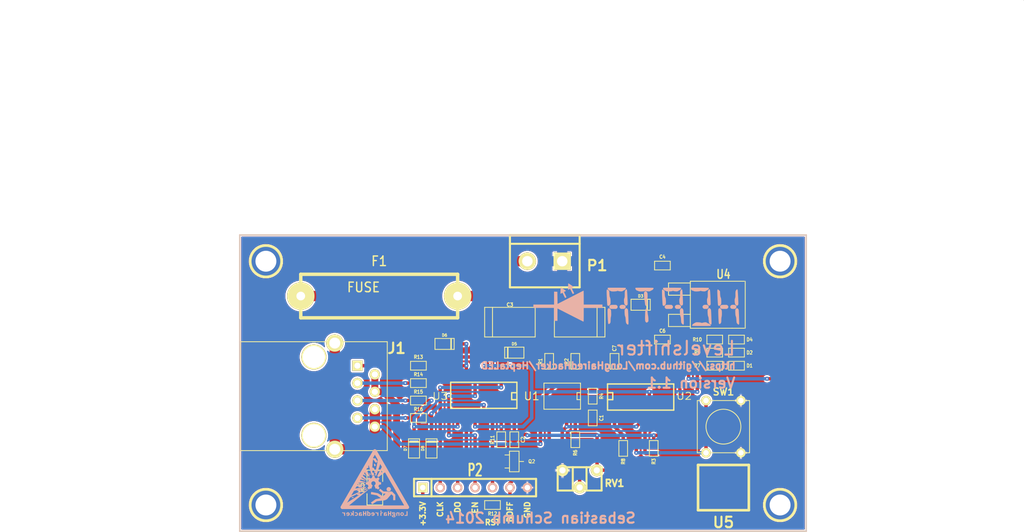
<source format=kicad_pcb>
(kicad_pcb (version 3) (host pcbnew "(2013-may-18)-stable")
  (layers (15 F.Cu signal) (0 B.Cu signal) (18 B.Paste user) (19 F.Paste user) (20 B.SilkS user) (21 F.SilkS user) (22 B.Mask user) (23 F.Mask user) (28 Edge.Cuts user))
  (net 0 "")
  (net 1 +24V)
  (net 2 +3.3V)
  (net 3 +5V)
  (net 4 3.3_Clock)
  (net 5 3.3_Data_Out)
  (net 6 3.3_Enable)
  (net 7 3.3_Reset)
  (net 8 BusOff)
  (net 9 Clock)
  (net 10 Data_Out)
  (net 11 Enable)
  (net 12 GND)
  (net 13 N-0000010)
  (net 14 N-0000015)
  (net 15 N-0000016)
  (net 16 N-0000017)
  (net 17 N-0000018)
  (net 18 N-0000019)
  (net 19 N-000002)
  (net 20 N-0000022)
  (net 21 N-0000028)
  (net 22 N-0000029)
  (net 23 N-0000030)
  (net 24 N-0000031)
  (net 25 N-0000032)
  (net 26 N-0000033)
  (net 27 N-000004)
  (net 28 N-000007)
  (net 29 PowerOn)
  (net 30 Reset)
  (net 31 Sense)
  (net 32 Shutdown)
  (module trimmer_piher_pt6xh (layer F.Cu) (at 168.275 80.01)
    (fp_text reference RV1 (at 5.08 0.635) (layer F.SilkS) (effects (font (thickness 0.25))))
    (fp_text value POT hide)
    (pad 1 thru_hole circle (at 2.49936 -1.24968) (size 1.75006 1.75006) (drill 0.89916) (layers *.Cu *.Mask F.SilkS) (net 3 +5V))
    (pad 2 thru_hole circle (at 0 1.24968) (size 1.75006 1.75006) (drill 0.89916) (layers *.Cu *.Mask F.SilkS) (net 20 N-0000022))
    (pad 3 thru_hole circle (at -2.49936 -1.24968) (size 1.75006 1.75006) (drill 0.89916) (layers *.Cu *.Mask F.SilkS) (net 12 GND))
  )
  (module SW_PUSH_SMALL (layer F.Cu) (at 189.23 72.39 90)
    (fp_text reference SW1 (at 5.08 0 180) (layer F.SilkS) (effects (font (size 1.016 1.016) (thickness 0.2032))))
    (fp_text value SW_PUSH hide)
    (pad 1 thru_hole circle (at 3.81 -2.54 90) (size 1.397 1.397) (drill 0.8128) (layers *.Cu *.Mask F.SilkS) (net 13 N-0000010))
    (pad 2 thru_hole circle (at 3.81 2.54 90) (size 1.397 1.397) (drill 0.8128) (layers *.Cu *.Mask F.SilkS) (net 12 GND))
    (pad 1 thru_hole circle (at -3.81 -2.54 90) (size 1.397 1.397) (drill 0.8128) (layers *.Cu *.Mask F.SilkS) (net 13 N-0000010))
    (pad 2 thru_hole circle (at -3.81 2.54 90) (size 1.397 1.397) (drill 0.8128) (layers *.Cu *.Mask F.SilkS) (net 12 GND))
  )
  (module sot23 (layer F.Cu) (at 158.75 77.47 270)
    (fp_text reference Q2 (at 0 -2.54 360) (layer F.SilkS) (effects (font (size 0.50038 0.50038) (thickness 0.09906))))
    (fp_text value NDS355 hide)
    (pad 1 smd rect (at -0.9525 1.05664 270) (size 0.59944 1.00076) (layers F.Cu F.Paste F.Mask) (net 18 N-0000019))
    (pad 2 smd rect (at 0 -1.05664 270) (size 0.59944 1.00076) (layers F.Cu F.Paste F.Mask) (net 27 N-000004))
    (pad 3 smd rect (at 0.9525 1.05664 270) (size 0.59944 1.00076) (layers F.Cu F.Paste F.Mask) (net 12 GND))
  )
  (module sod123 (layer F.Cu) (at 177.165 54.61)
    (fp_text reference D3 (at 0 -1.27) (layer F.SilkS) (effects (font (size 0.39878 0.39878) (thickness 0.09906))))
    (fp_text value BAT42W hide)
    (pad 2 smd rect (at 1.67386 0) (size 0.8509 0.8509) (layers F.Cu F.Paste F.Mask) (net 1 +24V))
    (pad 1 smd rect (at -1.67386 0) (size 0.8509 0.8509) (layers F.Cu F.Paste F.Mask) (net 3 +5V))
  )
  (module SO8E (layer F.Cu) (at 165.735 67.945 180)
    (fp_text reference U1 (at 4.445 0 180) (layer F.SilkS) (effects (font (size 1.143 1.143) (thickness 0.1524))))
    (fp_text value LM358 hide)
    (pad 8 smd rect (at -1.905 -2.667 180) (size 0.59944 1.39954) (layers F.Cu F.Paste F.Mask) (net 3 +5V))
    (pad 1 smd rect (at -1.905 2.667 180) (size 0.59944 1.39954) (layers F.Cu F.Paste F.Mask) (net 21 N-0000028))
    (pad 7 smd rect (at -0.635 -2.667 180) (size 0.59944 1.39954) (layers F.Cu F.Paste F.Mask) (net 32 Shutdown))
    (pad 6 smd rect (at 0.635 -2.667 180) (size 0.59944 1.39954) (layers F.Cu F.Paste F.Mask) (net 19 N-000002))
    (pad 5 smd rect (at 1.905 -2.667 180) (size 0.59944 1.39954) (layers F.Cu F.Paste F.Mask) (net 20 N-0000022))
    (pad 2 smd rect (at -0.635 2.667 180) (size 0.59944 1.39954) (layers F.Cu F.Paste F.Mask) (net 26 N-0000033))
    (pad 3 smd rect (at 0.635 2.667 180) (size 0.59944 1.39954) (layers F.Cu F.Paste F.Mask) (net 31 Sense))
    (pad 4 smd rect (at 1.905 2.667 180) (size 0.59944 1.39954) (layers F.Cu F.Paste F.Mask) (net 12 GND))
  )
  (module SM1206 (layer F.Cu) (at 138.43 81.28 270)
    (fp_text reference R5 (at 0 1.905 270) (layer F.SilkS) (effects (font (size 0.762 0.762) (thickness 0.127))))
    (fp_text value 0.05 hide)
    (pad 1 smd rect (at -1.651 0 270) (size 1.524 2.032) (layers F.Cu F.Paste F.Mask) (net 31 Sense))
    (pad 2 smd rect (at 1.651 0 270) (size 1.524 2.032) (layers F.Cu F.Paste F.Mask) (net 12 GND))
  )
  (module SM0603 (layer F.Cu) (at 191.135 63.5)
    (fp_text reference D1 (at 1.905 0) (layer F.SilkS) (effects (font (size 0.508 0.4572) (thickness 0.1143))))
    (fp_text value LED hide)
    (pad 1 smd rect (at -0.762 0) (size 0.635 1.143) (layers F.Cu F.Paste F.Mask) (net 28 N-000007))
    (pad 2 smd rect (at 0.762 0) (size 0.635 1.143) (layers F.Cu F.Paste F.Mask) (net 12 GND))
  )
  (module SM0603 (layer F.Cu) (at 174.625 75.565 270)
    (fp_text reference R8 (at 1.905 0 270) (layer F.SilkS) (effects (font (size 0.508 0.4572) (thickness 0.1143))))
    (fp_text value 1k hide)
    (pad 1 smd rect (at -0.762 0 270) (size 0.635 1.143) (layers F.Cu F.Paste F.Mask) (net 13 N-0000010))
    (pad 2 smd rect (at 0.762 0 270) (size 0.635 1.143) (layers F.Cu F.Paste F.Mask) (net 3 +5V))
  )
  (module SM0603 (layer F.Cu) (at 167.64 74.295 270)
    (fp_text reference R6 (at 1.905 0 270) (layer F.SilkS) (effects (font (size 0.508 0.4572) (thickness 0.1143))))
    (fp_text value 1k hide)
    (pad 1 smd rect (at -0.762 0 270) (size 0.635 1.143) (layers F.Cu F.Paste F.Mask) (net 3 +5V))
    (pad 2 smd rect (at 0.762 0 270) (size 0.635 1.143) (layers F.Cu F.Paste F.Mask) (net 32 Shutdown))
  )
  (module SM0603 (layer F.Cu) (at 179.07 75.565 270)
    (fp_text reference R3 (at 1.905 0 270) (layer F.SilkS) (effects (font (size 0.508 0.4572) (thickness 0.1143))))
    (fp_text value 1k hide)
    (pad 1 smd rect (at -0.762 0 270) (size 0.635 1.143) (layers F.Cu F.Paste F.Mask) (net 3 +5V))
    (pad 2 smd rect (at 0.762 0 270) (size 0.635 1.143) (layers F.Cu F.Paste F.Mask) (net 29 PowerOn))
  )
  (module SM0603 (layer F.Cu) (at 187.96 63.5)
    (fp_text reference R7 (at -2.54 0) (layer F.SilkS) (effects (font (size 0.508 0.4572) (thickness 0.1143))))
    (fp_text value 1k hide)
    (pad 1 smd rect (at -0.762 0) (size 0.635 1.143) (layers F.Cu F.Paste F.Mask) (net 8 BusOff))
    (pad 2 smd rect (at 0.762 0) (size 0.635 1.143) (layers F.Cu F.Paste F.Mask) (net 28 N-000007))
  )
  (module SM0603 (layer F.Cu) (at 167.64 62.865 270)
    (fp_text reference R2 (at 0 1.27 270) (layer F.SilkS) (effects (font (size 0.508 0.4572) (thickness 0.1143))))
    (fp_text value 90k hide)
    (pad 1 smd rect (at -0.762 0 270) (size 0.635 1.143) (layers F.Cu F.Paste F.Mask) (net 26 N-0000033))
    (pad 2 smd rect (at 0.762 0 270) (size 0.635 1.143) (layers F.Cu F.Paste F.Mask) (net 21 N-0000028))
  )
  (module SM0603 (layer F.Cu) (at 158.75 74.295 270)
    (fp_text reference C2 (at 0 -1.27 270) (layer F.SilkS) (effects (font (size 0.508 0.4572) (thickness 0.1143))))
    (fp_text value 100nF hide)
    (pad 1 smd rect (at -0.762 0 270) (size 0.635 1.143) (layers F.Cu F.Paste F.Mask) (net 3 +5V))
    (pad 2 smd rect (at 0.762 0 270) (size 0.635 1.143) (layers F.Cu F.Paste F.Mask) (net 12 GND))
  )
  (module SM0603 (layer F.Cu) (at 170.18 67.945 270)
    (fp_text reference R4 (at 0 -1.27 270) (layer F.SilkS) (effects (font (size 0.508 0.4572) (thickness 0.1143))))
    (fp_text value 100k hide)
    (pad 1 smd rect (at -0.762 0 270) (size 0.635 1.143) (layers F.Cu F.Paste F.Mask) (net 21 N-0000028))
    (pad 2 smd rect (at 0.762 0 270) (size 0.635 1.143) (layers F.Cu F.Paste F.Mask) (net 19 N-000002))
  )
  (module SM0603 (layer F.Cu) (at 170.18 71.12 270)
    (fp_text reference C1 (at 0 -1.27 270) (layer F.SilkS) (effects (font (size 0.508 0.4572) (thickness 0.1143))))
    (fp_text value 100nF hide)
    (pad 1 smd rect (at -0.762 0 270) (size 0.635 1.143) (layers F.Cu F.Paste F.Mask) (net 19 N-000002))
    (pad 2 smd rect (at 0.762 0 270) (size 0.635 1.143) (layers F.Cu F.Paste F.Mask) (net 12 GND))
  )
  (module SM0603 (layer F.Cu) (at 173.355 62.865 90)
    (fp_text reference C7 (at 1.905 0 90) (layer F.SilkS) (effects (font (size 0.508 0.4572) (thickness 0.1143))))
    (fp_text value 100nF hide)
    (pad 1 smd rect (at -0.762 0 90) (size 0.635 1.143) (layers F.Cu F.Paste F.Mask) (net 3 +5V))
    (pad 2 smd rect (at 0.762 0 90) (size 0.635 1.143) (layers F.Cu F.Paste F.Mask) (net 12 GND))
  )
  (module SM0603 (layer F.Cu) (at 155.575 83.82)
    (fp_text reference R12 (at 0 1.27) (layer F.SilkS) (effects (font (size 0.508 0.4572) (thickness 0.1143))))
    (fp_text value 1k hide)
    (pad 1 smd rect (at -0.762 0) (size 0.635 1.143) (layers F.Cu F.Paste F.Mask) (net 2 +3.3V))
    (pad 2 smd rect (at 0.762 0) (size 0.635 1.143) (layers F.Cu F.Paste F.Mask) (net 27 N-000004))
  )
  (module SM0603 (layer F.Cu) (at 156.845 74.295 270)
    (fp_text reference R11 (at 0 1.27 270) (layer F.SilkS) (effects (font (size 0.508 0.4572) (thickness 0.1143))))
    (fp_text value 1k hide)
    (pad 1 smd rect (at -0.762 0 270) (size 0.635 1.143) (layers F.Cu F.Paste F.Mask) (net 8 BusOff))
    (pad 2 smd rect (at 0.762 0 270) (size 0.635 1.143) (layers F.Cu F.Paste F.Mask) (net 18 N-0000019))
  )
  (module SM0603 (layer F.Cu) (at 180.34 48.895 180)
    (fp_text reference C4 (at 0 1.27 180) (layer F.SilkS) (effects (font (size 0.508 0.4572) (thickness 0.1143))))
    (fp_text value 100nF hide)
    (pad 1 smd rect (at -0.762 0 180) (size 0.635 1.143) (layers F.Cu F.Paste F.Mask) (net 1 +24V))
    (pad 2 smd rect (at 0.762 0 180) (size 0.635 1.143) (layers F.Cu F.Paste F.Mask) (net 12 GND))
  )
  (module SM0603 (layer F.Cu) (at 163.83 62.865 270)
    (fp_text reference R1 (at 0 1.27 270) (layer F.SilkS) (effects (font (size 0.508 0.4572) (thickness 0.1143))))
    (fp_text value 10k hide)
    (pad 1 smd rect (at -0.762 0 270) (size 0.635 1.143) (layers F.Cu F.Paste F.Mask) (net 26 N-0000033))
    (pad 2 smd rect (at 0.762 0 270) (size 0.635 1.143) (layers F.Cu F.Paste F.Mask) (net 12 GND))
  )
  (module SM0603 (layer F.Cu) (at 191.135 61.595)
    (fp_text reference D2 (at 1.905 0) (layer F.SilkS) (effects (font (size 0.508 0.4572) (thickness 0.1143))))
    (fp_text value LED hide)
    (pad 1 smd rect (at -0.762 0) (size 0.635 1.143) (layers F.Cu F.Paste F.Mask) (net 25 N-0000032))
    (pad 2 smd rect (at 0.762 0) (size 0.635 1.143) (layers F.Cu F.Paste F.Mask) (net 12 GND))
  )
  (module SM0603 (layer F.Cu) (at 187.96 61.595)
    (fp_text reference R9 (at -2.54 0) (layer F.SilkS) (effects (font (size 0.508 0.4572) (thickness 0.1143))))
    (fp_text value 1k hide)
    (pad 1 smd rect (at -0.762 0) (size 0.635 1.143) (layers F.Cu F.Paste F.Mask) (net 1 +24V))
    (pad 2 smd rect (at 0.762 0) (size 0.635 1.143) (layers F.Cu F.Paste F.Mask) (net 25 N-0000032))
  )
  (module SM0603 (layer F.Cu) (at 191.135 59.69)
    (fp_text reference D4 (at 1.905 0) (layer F.SilkS) (effects (font (size 0.508 0.4572) (thickness 0.1143))))
    (fp_text value LED hide)
    (pad 1 smd rect (at -0.762 0) (size 0.635 1.143) (layers F.Cu F.Paste F.Mask) (net 23 N-0000030))
    (pad 2 smd rect (at 0.762 0) (size 0.635 1.143) (layers F.Cu F.Paste F.Mask) (net 12 GND))
  )
  (module SM0603 (layer F.Cu) (at 187.96 59.69)
    (fp_text reference R10 (at -2.54 0) (layer F.SilkS) (effects (font (size 0.508 0.4572) (thickness 0.1143))))
    (fp_text value 1k hide)
    (pad 1 smd rect (at -0.762 0) (size 0.635 1.143) (layers F.Cu F.Paste F.Mask) (net 3 +5V))
    (pad 2 smd rect (at 0.762 0) (size 0.635 1.143) (layers F.Cu F.Paste F.Mask) (net 23 N-0000030))
  )
  (module SM0603 (layer F.Cu) (at 180.34 59.69 180)
    (fp_text reference C6 (at 0 1.27 180) (layer F.SilkS) (effects (font (size 0.508 0.4572) (thickness 0.1143))))
    (fp_text value 100nF hide)
    (pad 1 smd rect (at -0.762 0 180) (size 0.635 1.143) (layers F.Cu F.Paste F.Mask) (net 3 +5V))
    (pad 2 smd rect (at 0.762 0 180) (size 0.635 1.143) (layers F.Cu F.Paste F.Mask) (net 12 GND))
  )
  (module RJ45_MEBP_8-8G (layer F.Cu) (at 129.54 67.945 270)
    (fp_text reference J1 (at -6.985 -12.065 360) (layer F.SilkS) (effects (font (size 1.524 1.524) (thickness 0.3048))))
    (fp_text value RJ45 hide)
    (pad "" thru_hole circle (at 5.715 0 270) (size 3.64998 3.64998) (drill 3.2512) (layers *.Cu *.Mask F.SilkS))
    (pad "" thru_hole circle (at -5.715 0 270) (size 3.64998 3.64998) (drill 3.2512) (layers *.Cu *.Mask F.SilkS))
    (pad 1 thru_hole rect (at -4.445 -6.35 270) (size 1.50114 1.50114) (drill 0.89916) (layers *.Cu *.Mask F.SilkS) (net 9 Clock))
    (pad 2 thru_hole circle (at -3.175 -8.89 270) (size 1.50114 1.50114) (drill 0.89916) (layers *.Cu *.Mask F.SilkS) (net 24 N-0000031))
    (pad 3 thru_hole circle (at -1.905 -6.35 270) (size 1.50114 1.50114) (drill 0.89916) (layers *.Cu *.Mask F.SilkS) (net 11 Enable))
    (pad 4 thru_hole circle (at -0.635 -8.89 270) (size 1.50114 1.50114) (drill 0.89916) (layers *.Cu *.Mask F.SilkS) (net 24 N-0000031))
    (pad 5 thru_hole circle (at 0.635 -6.35 270) (size 1.50114 1.50114) (drill 0.89916) (layers *.Cu *.Mask F.SilkS) (net 10 Data_Out))
    (pad 6 thru_hole circle (at 1.905 -8.89 270) (size 1.50114 1.50114) (drill 0.89916) (layers *.Cu *.Mask F.SilkS) (net 31 Sense))
    (pad 7 thru_hole circle (at 3.175 -6.35 270) (size 1.50114 1.50114) (drill 0.89916) (layers *.Cu *.Mask F.SilkS) (net 30 Reset))
    (pad 8 thru_hole circle (at 4.445 -8.89 270) (size 1.50114 1.50114) (drill 0.89916) (layers *.Cu *.Mask F.SilkS) (net 31 Sense))
    (pad 9 thru_hole circle (at -7.745 -3.05 270) (size 2.5 2.5) (drill 1.6) (layers *.Cu *.Mask F.SilkS) (net 31 Sense))
    (pad 10 thru_hole circle (at 7.747 -3.05 270) (size 2.5 2.5) (drill 1.6) (layers *.Cu *.Mask F.SilkS))
  )
  (module DPAK2 (layer F.Cu) (at 182.88 54.61 270)
    (fp_text reference U4 (at -4.445 -6.35 360) (layer F.SilkS) (effects (font (size 1.27 1.016) (thickness 0.2032))))
    (fp_text value TS2937 hide)
    (pad 1 smd rect (at -2.286 0 270) (size 1.651 3.048) (layers F.Cu F.Paste F.Mask) (net 1 +24V))
    (pad 2 smd rect (at 0 -6.35 270) (size 6.096 6.096) (layers F.Cu F.Paste F.Mask) (net 12 GND))
    (pad 3 smd rect (at 2.286 0 270) (size 1.651 3.048) (layers F.Cu F.Paste F.Mask) (net 3 +5V))
  )
  (module c_tant_D (layer F.Cu) (at 168.275 57.15)
    (fp_text reference C5 (at 0 -2.54) (layer F.SilkS) (effects (font (size 0.50038 0.50038) (thickness 0.11938))))
    (fp_text value 10uF hide)
    (pad 1 smd rect (at 2.99974 0) (size 2.55016 2.70002) (layers F.Cu F.Paste F.Mask) (net 3 +5V))
    (pad 2 smd rect (at -2.99974 0) (size 2.55016 3.79984) (layers F.Cu F.Paste F.Mask) (net 12 GND))
  )
  (module c_tant_D (layer F.Cu) (at 158.115 57.15 180)
    (fp_text reference C3 (at 0 2.54 180) (layer F.SilkS) (effects (font (size 0.50038 0.50038) (thickness 0.11938))))
    (fp_text value 10uF hide)
    (pad 1 smd rect (at 2.99974 0 180) (size 2.55016 2.70002) (layers F.Cu F.Paste F.Mask) (net 1 +24V))
    (pad 2 smd rect (at -2.99974 0 180) (size 2.55016 3.79984) (layers F.Cu F.Paste F.Mask) (net 12 GND))
  )
  (module bornier2 (layer F.Cu) (at 163.195 48.26 180)
    (fp_text reference P1 (at -7.62 -0.635 180) (layer F.SilkS) (effects (font (size 1.524 1.524) (thickness 0.3048))))
    (fp_text value CONN_2 hide)
    (pad 1 thru_hole rect (at -2.54 0 180) (size 2.54 2.54) (drill 1.524) (layers *.Cu *.Mask F.SilkS) (net 12 GND))
    (pad 2 thru_hole circle (at 2.54 0 180) (size 2.54 2.54) (drill 1.524) (layers *.Cu *.Mask F.SilkS) (net 22 N-0000029))
  )
  (module SO14E (layer F.Cu) (at 154.305 67.945 180)
    (fp_text reference U3 (at 6.35 0 180) (layer F.SilkS) (effects (font (size 1.016 1.143) (thickness 0.127))))
    (fp_text value 74HCT125 hide)
    (pad 1 smd rect (at -3.81 2.794 180) (size 0.508 1.143) (layers F.Cu F.Paste F.Mask) (net 8 BusOff))
    (pad 2 smd rect (at -2.54 2.794 180) (size 0.508 1.143) (layers F.Cu F.Paste F.Mask) (net 4 3.3_Clock))
    (pad 3 smd rect (at -1.27 2.794 180) (size 0.508 1.143) (layers F.Cu F.Paste F.Mask) (net 17 N-0000018))
    (pad 4 smd rect (at 0 2.794 180) (size 0.508 1.143) (layers F.Cu F.Paste F.Mask) (net 8 BusOff))
    (pad 5 smd rect (at 1.27 2.794 180) (size 0.508 1.143) (layers F.Cu F.Paste F.Mask) (net 6 3.3_Enable))
    (pad 6 smd rect (at 2.54 2.794 180) (size 0.508 1.143) (layers F.Cu F.Paste F.Mask) (net 16 N-0000017))
    (pad 7 smd rect (at 3.81 2.794 180) (size 0.508 1.143) (layers F.Cu F.Paste F.Mask) (net 12 GND))
    (pad 8 smd rect (at 3.81 -2.54 180) (size 0.508 1.143) (layers F.Cu F.Paste F.Mask) (net 15 N-0000016))
    (pad 9 smd rect (at 2.54 -2.54 180) (size 0.508 1.143) (layers F.Cu F.Paste F.Mask) (net 5 3.3_Data_Out))
    (pad 10 smd rect (at 1.27 -2.54 180) (size 0.508 1.143) (layers F.Cu F.Paste F.Mask) (net 8 BusOff))
    (pad 11 smd rect (at 0 -2.54 180) (size 0.508 1.143) (layers F.Cu F.Paste F.Mask) (net 14 N-0000015))
    (pad 12 smd rect (at -1.27 -2.54 180) (size 0.508 1.143) (layers F.Cu F.Paste F.Mask) (net 7 3.3_Reset))
    (pad 13 smd rect (at -2.54 -2.54 180) (size 0.508 1.143) (layers F.Cu F.Paste F.Mask) (net 8 BusOff))
    (pad 14 smd rect (at -3.81 -2.54 180) (size 0.508 1.143) (layers F.Cu F.Paste F.Mask) (net 3 +5V))
  )
  (module SIL-7 (layer F.Cu) (at 153.035 81.28)
    (fp_text reference P2 (at 0 -2.54) (layer F.SilkS) (effects (font (size 1.72974 1.08712) (thickness 0.3048))))
    (fp_text value CONN_7 hide)
    (pad 1 thru_hole rect (at -7.62 0) (size 1.397 1.397) (drill 0.8128) (layers *.Cu *.Mask F.SilkS) (net 2 +3.3V))
    (pad 2 thru_hole circle (at -5.08 0) (size 1.397 1.397) (drill 0.8128) (layers *.Cu *.SilkS *.Mask) (net 4 3.3_Clock))
    (pad 3 thru_hole circle (at -2.54 0) (size 1.397 1.397) (drill 0.8128) (layers *.Cu *.SilkS *.Mask) (net 5 3.3_Data_Out))
    (pad 4 thru_hole circle (at 0 0) (size 1.397 1.397) (drill 0.8128) (layers *.Cu *.SilkS *.Mask) (net 6 3.3_Enable))
    (pad 5 thru_hole circle (at 2.54 0) (size 1.397 1.397) (drill 0.8128) (layers *.Cu *.SilkS *.Mask) (net 7 3.3_Reset))
    (pad 6 thru_hole circle (at 5.08 0) (size 1.397 1.397) (drill 0.8128) (layers *.Cu *.SilkS *.Mask) (net 27 N-000004))
    (pad 7 thru_hole circle (at 7.62 0) (size 1.397 1.397) (drill 0.8128) (layers *.Cu *.SilkS *.Mask) (net 12 GND))
  )
  (module 1pin (layer F.Cu) (at 122.555 48.26)
    (fp_text reference 1PIN hide)
    (fp_text value P*** hide)
    (pad 1 thru_hole circle (at 0 0) (size 4.5 4.5) (drill 3.048) (layers *.Cu *.Mask))
  )
  (module 1pin (layer F.Cu) (at 197.485 48.26)
    (fp_text reference 1PIN hide)
    (fp_text value P*** hide)
    (pad 1 thru_hole circle (at 0 0) (size 4.5 4.5) (drill 3.048) (layers *.Cu *.Mask))
  )
  (module 1pin (layer F.Cu) (at 197.485 83.82)
    (fp_text reference 1PIN hide)
    (fp_text value P*** hide)
    (pad 1 thru_hole circle (at 0 0) (size 4.5 4.5) (drill 3.048) (layers *.Cu *.Mask))
  )
  (module 1pin (layer F.Cu) (at 122.555 83.82)
    (fp_text reference 1PIN hide)
    (fp_text value P*** hide)
    (pad 1 thru_hole circle (at 0 0) (size 4.5 4.5) (drill 3.048) (layers *.Cu *.Mask))
  )
  (module logo_silkbot_30_00mm (layer B.Cu) (at 176.53 54.61)
    (fp_text reference G*** hide)
    (fp_text value logo_silkbot_30_00mm hide)
  )
  (module sod123 (layer F.Cu) (at 158.75 61.595 180)
    (fp_text reference D5 (at 0 1.27 180) (layer F.SilkS) (effects (font (size 0.39878 0.39878) (thickness 0.09906))))
    (fp_text value ZENER_5.6V hide)
    (pad 2 smd rect (at 1.67386 0 180) (size 0.8509 0.8509) (layers F.Cu F.Paste F.Mask) (net 17 N-0000018))
    (pad 1 smd rect (at -1.67386 0 180) (size 0.8509 0.8509) (layers F.Cu F.Paste F.Mask) (net 12 GND))
  )
  (module sod123 (layer F.Cu) (at 148.59 60.325)
    (fp_text reference D6 (at 0 -1.27) (layer F.SilkS) (effects (font (size 0.39878 0.39878) (thickness 0.09906))))
    (fp_text value ZENER_5.6V hide)
    (pad 2 smd rect (at 1.67386 0) (size 0.8509 0.8509) (layers F.Cu F.Paste F.Mask) (net 16 N-0000017))
    (pad 1 smd rect (at -1.67386 0) (size 0.8509 0.8509) (layers F.Cu F.Paste F.Mask) (net 12 GND))
  )
  (module sod123 (layer F.Cu) (at 144.145 75.565 90)
    (fp_text reference D7 (at 0 -1.27 90) (layer F.SilkS) (effects (font (size 0.39878 0.39878) (thickness 0.09906))))
    (fp_text value ZENER_5.6V hide)
    (pad 2 smd rect (at 1.67386 0 90) (size 0.8509 0.8509) (layers F.Cu F.Paste F.Mask) (net 15 N-0000016))
    (pad 1 smd rect (at -1.67386 0 90) (size 0.8509 0.8509) (layers F.Cu F.Paste F.Mask) (net 12 GND))
  )
  (module sod123 (layer F.Cu) (at 146.685 75.565 90)
    (fp_text reference D8 (at 0 -1.27 90) (layer F.SilkS) (effects (font (size 0.39878 0.39878) (thickness 0.09906))))
    (fp_text value ZENER_5.6V hide)
    (pad 2 smd rect (at 1.67386 0 90) (size 0.8509 0.8509) (layers F.Cu F.Paste F.Mask) (net 14 N-0000015))
    (pad 1 smd rect (at -1.67386 0 90) (size 0.8509 0.8509) (layers F.Cu F.Paste F.Mask) (net 12 GND))
  )
  (module SM0603 (layer F.Cu) (at 144.78 63.5 180)
    (fp_text reference R13 (at 0 1.27 180) (layer F.SilkS) (effects (font (size 0.508 0.4572) (thickness 0.1143))))
    (fp_text value 1k hide)
    (pad 1 smd rect (at -0.762 0 180) (size 0.635 1.143) (layers F.Cu F.Paste F.Mask) (net 17 N-0000018))
    (pad 2 smd rect (at 0.762 0 180) (size 0.635 1.143) (layers F.Cu F.Paste F.Mask) (net 9 Clock))
  )
  (module SM0603 (layer F.Cu) (at 144.78 66.04 180)
    (fp_text reference R14 (at 0 1.27 180) (layer F.SilkS) (effects (font (size 0.508 0.4572) (thickness 0.1143))))
    (fp_text value 1k hide)
    (pad 1 smd rect (at -0.762 0 180) (size 0.635 1.143) (layers F.Cu F.Paste F.Mask) (net 16 N-0000017))
    (pad 2 smd rect (at 0.762 0 180) (size 0.635 1.143) (layers F.Cu F.Paste F.Mask) (net 11 Enable))
  )
  (module SM0603 (layer F.Cu) (at 144.78 68.58 180)
    (fp_text reference R15 (at 0 1.27 180) (layer F.SilkS) (effects (font (size 0.508 0.4572) (thickness 0.1143))))
    (fp_text value 1k hide)
    (pad 1 smd rect (at -0.762 0 180) (size 0.635 1.143) (layers F.Cu F.Paste F.Mask) (net 15 N-0000016))
    (pad 2 smd rect (at 0.762 0 180) (size 0.635 1.143) (layers F.Cu F.Paste F.Mask) (net 10 Data_Out))
  )
  (module SM0603 (layer F.Cu) (at 144.78 71.12 180)
    (fp_text reference R16 (at 0 1.27 180) (layer F.SilkS) (effects (font (size 0.508 0.4572) (thickness 0.1143))))
    (fp_text value 1k hide)
    (pad 1 smd rect (at -0.762 0 180) (size 0.635 1.143) (layers F.Cu F.Paste F.Mask) (net 14 N-0000015))
    (pad 2 smd rect (at 0.762 0 180) (size 0.635 1.143) (layers F.Cu F.Paste F.Mask) (net 30 Reset))
  )
  (module SO14E (layer F.Cu) (at 177.165 67.945)
    (fp_text reference U2 (at 6.35 0) (layer F.SilkS) (effects (font (size 1.016 1.143) (thickness 0.127))))
    (fp_text value 74HC74 hide)
    (pad 1 smd rect (at -3.81 2.794) (size 0.508 1.143) (layers F.Cu F.Paste F.Mask) (net 13 N-0000010))
    (pad 2 smd rect (at -2.54 2.794) (size 0.508 1.143) (layers F.Cu F.Paste F.Mask) (net 12 GND))
    (pad 3 smd rect (at -1.27 2.794) (size 0.508 1.143) (layers F.Cu F.Paste F.Mask) (net 12 GND))
    (pad 4 smd rect (at 0 2.794) (size 0.508 1.143) (layers F.Cu F.Paste F.Mask) (net 32 Shutdown))
    (pad 5 smd rect (at 1.27 2.794) (size 0.508 1.143) (layers F.Cu F.Paste F.Mask) (net 8 BusOff))
    (pad 6 smd rect (at 2.54 2.794) (size 0.508 1.143) (layers F.Cu F.Paste F.Mask) (net 29 PowerOn))
    (pad 7 smd rect (at 3.81 2.794) (size 0.508 1.143) (layers F.Cu F.Paste F.Mask) (net 12 GND))
    (pad 8 smd rect (at 3.81 -2.54) (size 0.508 1.143) (layers F.Cu F.Paste F.Mask))
    (pad 9 smd rect (at 2.54 -2.54) (size 0.508 1.143) (layers F.Cu F.Paste F.Mask))
    (pad 10 smd rect (at 1.27 -2.54) (size 0.508 1.143) (layers F.Cu F.Paste F.Mask))
    (pad 11 smd rect (at 0 -2.54) (size 0.508 1.143) (layers F.Cu F.Paste F.Mask))
    (pad 12 smd rect (at -1.27 -2.54) (size 0.508 1.143) (layers F.Cu F.Paste F.Mask))
    (pad 13 smd rect (at -2.54 -2.54) (size 0.508 1.143) (layers F.Cu F.Paste F.Mask))
    (pad 14 smd rect (at -3.81 -2.54) (size 0.508 1.143) (layers F.Cu F.Paste F.Mask) (net 3 +5V))
  )
  (module TO252-5L (layer F.Cu) (at 189.23 81.28 270)
    (fp_text reference U5 (at 5.08 0 360) (layer F.SilkS) (effects (font (size 1.524 1.524) (thickness 0.3048))))
    (fp_text value BTS462 hide)
    (pad 3 smd rect (at 0 0 270) (size 6.25094 6.79958) (layers F.Cu F.Paste F.Mask) (net 1 +24V) (clearance 0.14986))
    (pad 1 smd rect (at -2.54 6.59892 270) (size 0.81026 2.99974) (layers F.Cu F.Paste F.Mask) (net 12 GND))
    (pad 2 smd rect (at -1.27 6.59892 270) (size 0.81026 2.99974) (layers F.Cu F.Paste F.Mask) (net 29 PowerOn))
    (pad 4 smd rect (at 1.27 6.59892 270) (size 0.81026 2.99974) (layers F.Cu F.Paste F.Mask))
    (pad 5 smd rect (at 2.54 6.59892 270) (size 0.81026 2.99974) (layers F.Cu F.Paste F.Mask) (net 24 N-0000031))
  )
  (module fuse22.5 (layer F.Cu) (at 139.065 53.34)
    (fp_text reference F1 (at 0 -5.08) (layer F.SilkS) (effects (font (size 1.397 1.27) (thickness 0.2032))))
    (fp_text value FUSE (at -2.286 -1.27) (layer F.SilkS) (effects (font (size 1.397 1.27) (thickness 0.2032))))
    (pad 1 thru_hole circle (at -11.43 0) (size 4.0005 4.0005) (drill 1.27) (layers *.Cu *.Mask F.SilkS) (net 22 N-0000029))
    (pad 2 thru_hole circle (at 11.43 0) (size 4.0005 4.0005) (drill 1.27) (layers *.Cu *.Mask F.SilkS) (net 1 +24V))
  )
  (module logo_hacker_silkbot_10_00mm (layer B.Cu) (at 138.43 80.645)
    (fp_text reference G*** hide)
    (fp_text value logo_hacker_silkbot_10_00mm hide)
  )
  (gr_text https://github.com/LongHairedHacker/HeptaLED (at 191.135 63.5) (layer B.SilkS) (effects (font (size 1 1) (thickness 0.25)) (justify left mirror)))
  (gr_text "Sebastian Schumb 2014" (at 162.56 85.725) (layer B.SilkS) (effects (font (size 1.5 1.5) (thickness 0.3)) (justify mirror)))
  (gr_text "Version 1.1" (at 191.135 66.04) (layer B.SilkS) (effects (font (size 1.5 1.5) (thickness 0.3)) (justify left mirror)))
  (gr_text Levelshifter (at 191.135 60.96) (layer B.SilkS) (effects (font (size 2 2) (thickness 0.3)) (justify left mirror)))
  (gr_line (start 118.745 87.63) (end 118.745 44.45) (angle 90) (layer B.SilkS) (width 0.2))
  (gr_line (start 201.295 87.63) (end 118.745 87.63) (angle 90) (layer B.SilkS) (width 0.2))
  (gr_line (start 201.295 44.45) (end 201.295 87.63) (angle 90) (layer B.SilkS) (width 0.2))
  (gr_line (start 118.745 44.45) (end 201.295 44.45) (angle 90) (layer B.SilkS) (width 0.2))
  (gr_line (start 118.745 44.45) (end 118.745 87.63) (angle 90) (layer F.SilkS) (width 0.2))
  (gr_line (start 201.295 44.45) (end 118.745 44.45) (angle 90) (layer F.SilkS) (width 0.2))
  (gr_line (start 201.295 87.63) (end 201.295 44.45) (angle 90) (layer F.SilkS) (width 0.2))
  (gr_line (start 118.745 87.63) (end 201.295 87.63) (angle 90) (layer F.SilkS) (width 0.2))
  (gr_text GND (at 160.655 83.185 90) (layer F.SilkS) (effects (font (size 0.8 0.8) (thickness 0.2)) (justify right)))
  (gr_text BOFF (at 158.115 83.185 90) (layer F.SilkS) (effects (font (size 0.8 0.8) (thickness 0.2)) (justify right)))
  (gr_text RST (at 155.575 86.36) (layer F.SilkS) (effects (font (size 0.8 0.8) (thickness 0.2))))
  (gr_text EN (at 153.035 83.185 90) (layer F.SilkS) (effects (font (size 0.8 0.9) (thickness 0.2)) (justify right)))
  (gr_text DO (at 150.495 83.185 90) (layer F.SilkS) (effects (font (size 0.8 0.8) (thickness 0.2)) (justify right)))
  (gr_text CLK (at 147.955 83.185 90) (layer F.SilkS) (effects (font (size 0.8 0.8) (thickness 0.2)) (justify right)))
  (gr_text +3.3V (at 145.415 83.185 90) (layer F.SilkS) (effects (font (size 0.8 0.8) (thickness 0.2)) (justify right)))
  (gr_line (start 118.745 87.63) (end 201.295 87.63) (angle 90) (layer Edge.Cuts) (width 0.1))
  (gr_line (start 118.745 44.45) (end 201.295 44.45) (angle 90) (layer Edge.Cuts) (width 0.1))
  (gr_line (start 201.295 44.45) (end 201.295 87.63) (angle 90) (layer Edge.Cuts) (width 0.1))
  (gr_line (start 201.295 87.63) (end 201.295 74.93) (angle 90) (layer Edge.Cuts) (width 0.1))
  (gr_line (start 118.745 44.45) (end 118.745 87.63) (angle 90) (layer Edge.Cuts) (width 0.1))
  (target plus (at 233.045 10.16) (size 0.005) (width 0.1) (layer Edge.Cuts))
  (target plus (at 233.045 10.16) (size 0.005) (width 0.1) (layer Edge.Cuts))
  (segment (start 155.11526 57.15) (end 155.11526 53.34) (width 1.5) (layer F.Cu) (net 1))
  (segment (start 172.72 53.34) (end 155.575 53.34) (width 1.5) (layer F.Cu) (net 1))
  (segment (start 155.575 53.34) (end 151.13 53.34) (width 1.5) (layer F.Cu) (net 1))
  (segment (start 174.625 51.435) (end 172.72 53.34) (width 1.5) (layer F.Cu) (net 1))
  (segment (start 178.83886 52.324) (end 177.8 51.435) (width 1.5) (layer F.Cu) (net 1))
  (segment (start 177.8 51.435) (end 174.625 51.435) (width 1.5) (layer F.Cu) (net 1))
  (segment (start 151.13 53.34) (end 150.495 53.34) (width 1.5) (layer F.Cu) (net 1))
  (segment (start 181.102 48.895) (end 182.88 48.895) (width 0.5) (layer F.Cu) (net 1))
  (via (at 184.15 65.405) (size 0.6) (drill 0.2) (layers F.Cu B.Cu) (net 1))
  (segment (start 195.58 65.405) (end 184.15 65.405) (width 0.5) (layer B.Cu) (net 1))
  (segment (start 195.58 65.405) (end 195.58 65.405) (width 0.5) (layer F.Cu) (net 1))
  (segment (start 197.485 65.405) (end 195.58 65.405) (width 0.5) (layer F.Cu) (net 1))
  (via (at 195.58 65.405) (size 0.6) (drill 0.2) (layers F.Cu B.Cu) (net 1))
  (segment (start 185.42 61.595) (end 187.198 61.595) (width 0.5) (layer F.Cu) (net 1))
  (segment (start 184.15 62.865) (end 185.42 61.595) (width 0.5) (layer F.Cu) (net 1))
  (segment (start 184.15 62.865) (end 184.15 62.865) (width 0.5) (layer F.Cu) (net 1))
  (segment (start 184.15 65.405) (end 184.15 62.865) (width 0.5) (layer F.Cu) (net 1))
  (segment (start 197.485 53.975) (end 192.405 48.895) (width 1.5) (layer F.Cu) (net 1))
  (segment (start 193.675 81.28) (end 197.485 77.47) (width 1.5) (layer F.Cu) (net 1))
  (segment (start 189.23 81.28) (end 193.675 81.28) (width 1.5) (layer F.Cu) (net 1))
  (segment (start 197.485 53.975) (end 197.485 65.405) (width 1.5) (layer F.Cu) (net 1))
  (segment (start 197.485 65.405) (end 197.485 77.47) (width 1.5) (layer F.Cu) (net 1))
  (segment (start 182.88 50.165) (end 182.88 49.53) (width 1.5) (layer F.Cu) (net 1))
  (segment (start 182.88 49.53) (end 182.88 48.895) (width 1.5) (layer F.Cu) (net 1))
  (segment (start 182.88 50.165) (end 182.88 52.324) (width 1.5) (layer F.Cu) (net 1))
  (segment (start 192.405 48.895) (end 182.88 48.895) (width 1.5) (layer F.Cu) (net 1))
  (segment (start 178.83886 54.61) (end 178.83886 52.324) (width 0.5) (layer F.Cu) (net 1))
  (segment (start 179.07 52.705) (end 179.07 52.324) (width 0.5) (layer F.Cu) (net 1))
  (segment (start 179.07 52.55514) (end 179.07 52.705) (width 0.5) (layer F.Cu) (net 1))
  (segment (start 178.83886 52.324) (end 179.07 52.55514) (width 0.5) (layer F.Cu) (net 1))
  (segment (start 179.07 52.324) (end 182.88 52.324) (width 1.5) (layer F.Cu) (net 1))
  (segment (start 145.415 81.28) (end 145.415 83.185) (width 0.5) (layer F.Cu) (net 2))
  (segment (start 146.05 83.82) (end 145.415 83.185) (width 0.5) (layer F.Cu) (net 2))
  (segment (start 146.05 83.82) (end 154.813 83.82) (width 0.5) (layer F.Cu) (net 2))
  (segment (start 173.355 65.405) (end 173.355 63.627) (width 0.5) (layer F.Cu) (net 3))
  (segment (start 173.355 63.627) (end 182.88 63.627) (width 0.5) (layer F.Cu) (net 3))
  (segment (start 182.88 63.627) (end 182.88 63.5) (width 0.5) (layer F.Cu) (net 3))
  (via (at 179.07 73.66) (size 0.6) (drill 0.2) (layers F.Cu B.Cu) (net 3))
  (segment (start 176.53 73.66) (end 179.07 73.66) (width 0.5) (layer B.Cu) (net 3))
  (segment (start 170.815 73.66) (end 160.655 73.66) (width 0.5) (layer B.Cu) (net 3))
  (segment (start 160.655 73.66) (end 160.528 73.533) (width 0.5) (layer F.Cu) (net 3))
  (segment (start 160.528 73.533) (end 158.75 73.533) (width 0.5) (layer F.Cu) (net 3))
  (via (at 160.655 73.66) (size 0.6) (drill 0.2) (layers F.Cu B.Cu) (net 3))
  (segment (start 174.625 76.327) (end 174.625 77.47) (width 0.5) (layer F.Cu) (net 3))
  (segment (start 170.79468 78.74) (end 173.355 78.74) (width 0.5) (layer F.Cu) (net 3))
  (segment (start 173.355 78.74) (end 174.625 77.47) (width 0.5) (layer F.Cu) (net 3))
  (segment (start 170.79468 78.74) (end 170.77436 78.76032) (width 0.5) (layer F.Cu) (net 3))
  (via (at 170.815 73.66) (size 0.6) (drill 0.2) (layers F.Cu B.Cu) (net 3))
  (segment (start 170.815 73.66) (end 176.53 73.66) (width 0.5) (layer B.Cu) (net 3))
  (segment (start 170.815 73.66) (end 170.688 73.533) (width 0.5) (layer F.Cu) (net 3))
  (segment (start 170.815 78.71968) (end 170.815 74.295) (width 0.5) (layer F.Cu) (net 3))
  (segment (start 170.815 74.295) (end 170.815 73.66) (width 0.5) (layer F.Cu) (net 3))
  (segment (start 170.77436 78.76032) (end 170.815 78.71968) (width 0.5) (layer F.Cu) (net 3))
  (segment (start 170.688 73.533) (end 167.64 73.533) (width 0.5) (layer F.Cu) (net 3))
  (segment (start 158.115 70.485) (end 158.115 71.12) (width 0.5) (layer F.Cu) (net 3))
  (segment (start 158.75 71.755) (end 158.75 73.533) (width 0.5) (layer F.Cu) (net 3))
  (segment (start 158.115 71.12) (end 158.75 71.755) (width 0.5) (layer F.Cu) (net 3))
  (segment (start 182.88 59.69) (end 187.198 59.69) (width 0.5) (layer F.Cu) (net 3))
  (segment (start 179.07 73.66) (end 180.975 73.66) (width 0.5) (layer F.Cu) (net 3))
  (segment (start 180.975 73.66) (end 182.88 71.755) (width 0.5) (layer F.Cu) (net 3))
  (segment (start 179.07 73.66) (end 179.07 74.803) (width 0.5) (layer F.Cu) (net 3))
  (segment (start 182.88 71.755) (end 182.88 71.755) (width 0.5) (layer F.Cu) (net 3))
  (segment (start 182.88 71.755) (end 182.88 63.5) (width 0.5) (layer F.Cu) (net 3))
  (segment (start 182.88 63.5) (end 182.88 59.69) (width 0.5) (layer F.Cu) (net 3))
  (segment (start 181.102 59.69) (end 182.88 59.69) (width 0.5) (layer F.Cu) (net 3))
  (segment (start 182.88 56.896) (end 182.88 59.69) (width 0.5) (layer F.Cu) (net 3))
  (segment (start 175.49114 54.61) (end 175.49114 57.15) (width 0.5) (layer F.Cu) (net 3))
  (segment (start 175.49114 57.15) (end 175.26 57.15) (width 0.5) (layer F.Cu) (net 3))
  (segment (start 182.88 56.896) (end 178.054 56.896) (width 1.5) (layer F.Cu) (net 3))
  (segment (start 177.8 57.15) (end 175.26 57.15) (width 1.5) (layer F.Cu) (net 3))
  (segment (start 175.26 57.15) (end 171.27474 57.15) (width 1.5) (layer F.Cu) (net 3))
  (segment (start 178.054 56.896) (end 177.8 57.15) (width 1.5) (layer F.Cu) (net 3))
  (segment (start 167.64 73.533) (end 167.64 72.39) (width 0.5) (layer F.Cu) (net 3))
  (segment (start 167.64 72.39) (end 167.64 70.612) (width 0.5) (layer F.Cu) (net 3))
  (via (at 156.845 66.675) (size 0.6) (drill 0.2) (layers F.Cu B.Cu) (net 4))
  (segment (start 147.955 66.675) (end 156.845 66.675) (width 0.5) (layer B.Cu) (net 4))
  (segment (start 147.955 81.28) (end 147.955 66.675) (width 0.5) (layer F.Cu) (net 4))
  (via (at 147.955 66.675) (size 0.6) (drill 0.2) (layers F.Cu B.Cu) (net 4))
  (segment (start 156.845 66.675) (end 156.845 65.151) (width 0.5) (layer F.Cu) (net 4))
  (segment (start 151.765 70.485) (end 151.765 78.105) (width 0.5) (layer F.Cu) (net 5))
  (segment (start 150.495 79.375) (end 150.495 81.28) (width 0.5) (layer F.Cu) (net 5))
  (segment (start 151.765 78.105) (end 150.495 79.375) (width 0.5) (layer F.Cu) (net 5))
  (via (at 153.035 67.945) (size 0.6) (drill 0.2) (layers F.Cu B.Cu) (net 6))
  (segment (start 149.225 67.945) (end 153.035 67.945) (width 0.5) (layer B.Cu) (net 6))
  (via (at 149.225 73.66) (size 0.6) (drill 0.2) (layers F.Cu B.Cu) (net 6))
  (segment (start 153.035 73.66) (end 149.225 73.66) (width 0.5) (layer B.Cu) (net 6))
  (segment (start 153.035 81.28) (end 153.035 73.66) (width 0.5) (layer F.Cu) (net 6))
  (via (at 153.035 73.66) (size 0.6) (drill 0.2) (layers F.Cu B.Cu) (net 6))
  (segment (start 149.225 73.66) (end 149.225 67.945) (width 0.5) (layer F.Cu) (net 6))
  (via (at 149.225 67.945) (size 0.6) (drill 0.2) (layers F.Cu B.Cu) (net 6))
  (segment (start 153.035 67.945) (end 153.035 65.151) (width 0.5) (layer F.Cu) (net 6))
  (segment (start 155.575 81.28) (end 155.575 70.485) (width 0.5) (layer F.Cu) (net 7))
  (segment (start 178.435 70.739) (end 178.435 67.31) (width 0.5) (layer F.Cu) (net 8))
  (via (at 178.435 67.31) (size 0.6) (drill 0.2) (layers F.Cu B.Cu) (net 8))
  (segment (start 172.72 67.31) (end 161.925 67.31) (width 0.5) (layer B.Cu) (net 8))
  (segment (start 156.845 72.39) (end 156.845 73.533) (width 0.5) (layer F.Cu) (net 8))
  (via (at 185.42 67.31) (size 0.6) (drill 0.2) (layers F.Cu B.Cu) (net 8))
  (segment (start 176.53 67.31) (end 178.435 67.31) (width 0.5) (layer B.Cu) (net 8))
  (segment (start 178.435 67.31) (end 184.15 67.31) (width 0.5) (layer B.Cu) (net 8))
  (segment (start 173.99 67.31) (end 176.53 67.31) (width 0.5) (layer B.Cu) (net 8))
  (segment (start 172.72 67.31) (end 173.99 67.31) (width 0.5) (layer B.Cu) (net 8))
  (segment (start 184.785 67.31) (end 185.42 67.31) (width 0.5) (layer B.Cu) (net 8))
  (segment (start 184.15 67.31) (end 184.785 67.31) (width 0.5) (layer B.Cu) (net 8))
  (segment (start 185.42 64.135) (end 185.42 67.31) (width 0.5) (layer F.Cu) (net 8))
  (segment (start 185.42 64.135) (end 186.055 63.5) (width 0.5) (layer F.Cu) (net 8))
  (segment (start 186.055 63.5) (end 187.198 63.5) (width 0.5) (layer F.Cu) (net 8))
  (via (at 153.035 72.39) (size 0.6) (drill 0.2) (layers F.Cu B.Cu) (net 8))
  (segment (start 156.845 72.39) (end 153.035 72.39) (width 0.5) (layer B.Cu) (net 8))
  (segment (start 153.035 72.39) (end 153.035 70.485) (width 0.5) (layer F.Cu) (net 8))
  (segment (start 160.02 72.39) (end 156.845 72.39) (width 0.5) (layer B.Cu) (net 8))
  (via (at 156.845 72.39) (size 0.6) (drill 0.2) (layers F.Cu B.Cu) (net 8))
  (segment (start 154.305 65.151) (end 154.305 63.5) (width 0.5) (layer F.Cu) (net 8))
  (segment (start 156.845 72.39) (end 156.845 70.485) (width 0.5) (layer F.Cu) (net 8))
  (segment (start 161.925 67.31) (end 161.29 67.31) (width 0.5) (layer B.Cu) (net 8))
  (segment (start 161.29 67.31) (end 161.29 64.135) (width 0.5) (layer B.Cu) (net 8))
  (segment (start 160.02 63.5) (end 158.115 63.5) (width 0.5) (layer B.Cu) (net 8))
  (segment (start 160.655 63.5) (end 161.29 64.135) (width 0.5) (layer B.Cu) (net 8))
  (segment (start 160.02 63.5) (end 160.655 63.5) (width 0.5) (layer B.Cu) (net 8))
  (segment (start 161.29 71.12) (end 161.29 67.31) (width 0.5) (layer B.Cu) (net 8))
  (segment (start 161.29 71.12) (end 160.02 72.39) (width 0.5) (layer B.Cu) (net 8))
  (via (at 154.305 63.5) (size 0.6) (drill 0.2) (layers F.Cu B.Cu) (net 8))
  (segment (start 154.305 63.5) (end 158.115 63.5) (width 0.5) (layer B.Cu) (net 8))
  (segment (start 158.115 63.5) (end 158.115 65.151) (width 0.5) (layer F.Cu) (net 8))
  (via (at 158.115 63.5) (size 0.6) (drill 0.2) (layers F.Cu B.Cu) (net 8))
  (segment (start 144.018 63.5) (end 139.7 63.5) (width 0.5) (layer F.Cu) (net 9))
  (segment (start 139.065 63.5) (end 139.7 63.5) (width 0.5) (layer F.Cu) (net 9))
  (segment (start 139.065 63.5) (end 135.89 63.5) (width 0.5) (layer F.Cu) (net 9))
  (via (at 142.875 68.58) (size 0.6) (drill 0.2) (layers F.Cu B.Cu) (net 10))
  (segment (start 135.89 68.58) (end 142.875 68.58) (width 0.5) (layer B.Cu) (net 10))
  (segment (start 144.145 68.58) (end 144.018 68.58) (width 0.5) (layer F.Cu) (net 10))
  (segment (start 142.875 68.58) (end 144.145 68.58) (width 0.5) (layer F.Cu) (net 10))
  (segment (start 144.018 66.04) (end 142.875 66.04) (width 0.5) (layer F.Cu) (net 11))
  (segment (start 142.875 66.04) (end 142.875 66.04) (width 0.5) (layer F.Cu) (net 11))
  (segment (start 142.875 66.04) (end 135.89 66.04) (width 0.5) (layer B.Cu) (net 11))
  (via (at 142.875 66.04) (size 0.6) (drill 0.2) (layers F.Cu B.Cu) (net 11))
  (segment (start 163.83 65.278) (end 163.83 63.627) (width 0.5) (layer F.Cu) (net 12))
  (segment (start 174.625 74.803) (end 175.768 74.803) (width 0.5) (layer F.Cu) (net 13))
  (segment (start 176.53 76.2) (end 186.69 76.2) (width 0.5) (layer B.Cu) (net 13))
  (via (at 176.53 76.2) (size 0.6) (drill 0.2) (layers F.Cu B.Cu) (net 13))
  (segment (start 176.53 75.565) (end 176.53 76.2) (width 0.5) (layer F.Cu) (net 13))
  (segment (start 175.768 74.803) (end 176.53 75.565) (width 0.5) (layer F.Cu) (net 13))
  (segment (start 173.355 70.739) (end 173.355 72.39) (width 0.5) (layer F.Cu) (net 13))
  (segment (start 174.625 73.66) (end 174.625 74.803) (width 0.5) (layer F.Cu) (net 13))
  (segment (start 173.355 72.39) (end 174.625 73.66) (width 0.5) (layer F.Cu) (net 13))
  (segment (start 186.69 68.58) (end 186.69 76.2) (width 0.5) (layer F.Cu) (net 13))
  (segment (start 146.685 70.485) (end 146.685 73.89114) (width 0.5) (layer F.Cu) (net 14))
  (segment (start 145.542 71.12) (end 146.05 71.12) (width 0.5) (layer F.Cu) (net 14))
  (via (at 146.685 70.485) (size 0.6) (drill 0.2) (layers F.Cu B.Cu) (net 14))
  (segment (start 146.05 71.12) (end 146.685 70.485) (width 0.5) (layer F.Cu) (net 14))
  (segment (start 154.305 69.215) (end 147.955 69.215) (width 0.5) (layer B.Cu) (net 14))
  (segment (start 154.305 69.215) (end 154.305 70.485) (width 0.5) (layer F.Cu) (net 14))
  (via (at 154.305 69.215) (size 0.6) (drill 0.2) (layers F.Cu B.Cu) (net 14))
  (segment (start 147.955 69.215) (end 147.32 69.85) (width 0.5) (layer B.Cu) (net 14))
  (segment (start 147.32 69.85) (end 146.685 70.485) (width 0.5) (layer B.Cu) (net 14))
  (segment (start 146.685 70.485) (end 146.685 70.485) (width 0.5) (layer B.Cu) (net 14))
  (via (at 144.145 72.39) (size 0.6) (drill 0.2) (layers F.Cu B.Cu) (net 15))
  (segment (start 144.145 72.39) (end 144.145 73.89114) (width 0.5) (layer F.Cu) (net 15))
  (segment (start 144.145 72.39) (end 150.495 72.39) (width 0.5) (layer B.Cu) (net 15))
  (segment (start 150.495 70.485) (end 150.495 72.39) (width 0.5) (layer F.Cu) (net 15))
  (via (at 150.495 72.39) (size 0.6) (drill 0.2) (layers F.Cu B.Cu) (net 15))
  (via (at 146.685 68.58) (size 0.6) (drill 0.2) (layers F.Cu B.Cu) (net 15))
  (segment (start 146.685 68.58) (end 144.145 71.12) (width 0.5) (layer B.Cu) (net 15))
  (segment (start 144.145 71.12) (end 144.145 72.39) (width 0.5) (layer B.Cu) (net 15))
  (segment (start 146.685 68.58) (end 145.542 68.58) (width 0.5) (layer F.Cu) (net 15))
  (segment (start 150.26386 60.325) (end 151.13 60.325) (width 0.5) (layer F.Cu) (net 16))
  (segment (start 151.765 60.325) (end 151.765 63.5) (width 0.5) (layer B.Cu) (net 16))
  (via (at 151.765 60.325) (size 0.6) (drill 0.2) (layers F.Cu B.Cu) (net 16))
  (via (at 151.765 63.5) (size 0.6) (drill 0.2) (layers F.Cu B.Cu) (net 16))
  (segment (start 151.13 60.325) (end 151.765 60.325) (width 0.5) (layer F.Cu) (net 16))
  (segment (start 145.542 66.04) (end 146.05 66.04) (width 0.5) (layer F.Cu) (net 16))
  (segment (start 151.765 63.5) (end 151.765 65.151) (width 0.5) (layer F.Cu) (net 16))
  (segment (start 148.59 63.5) (end 151.765 63.5) (width 0.5) (layer F.Cu) (net 16))
  (segment (start 146.05 66.04) (end 148.59 63.5) (width 0.5) (layer F.Cu) (net 16))
  (segment (start 145.542 63.5) (end 146.685 63.5) (width 0.5) (layer F.Cu) (net 17))
  (segment (start 147.955 62.23) (end 155.575 62.23) (width 0.5) (layer F.Cu) (net 17))
  (segment (start 146.685 63.5) (end 147.955 62.23) (width 0.5) (layer F.Cu) (net 17))
  (segment (start 155.575 61.595) (end 157.07614 61.595) (width 0.5) (layer F.Cu) (net 17))
  (segment (start 155.575 62.865) (end 155.575 65.151) (width 0.5) (layer F.Cu) (net 17))
  (segment (start 155.575 61.595) (end 155.575 62.23) (width 0.5) (layer F.Cu) (net 17))
  (segment (start 155.575 62.23) (end 155.575 62.865) (width 0.5) (layer F.Cu) (net 17))
  (segment (start 157.69336 76.5175) (end 157.1625 76.5175) (width 0.5) (layer F.Cu) (net 18))
  (segment (start 156.845 76.2) (end 156.845 75.057) (width 0.5) (layer F.Cu) (net 18))
  (segment (start 157.1625 76.5175) (end 156.845 76.2) (width 0.5) (layer F.Cu) (net 18))
  (segment (start 170.18 68.707) (end 165.608 68.707) (width 0.5) (layer F.Cu) (net 19))
  (segment (start 165.1 69.215) (end 165.1 70.612) (width 0.5) (layer F.Cu) (net 19))
  (segment (start 165.608 68.707) (end 165.1 69.215) (width 0.5) (layer F.Cu) (net 19))
  (segment (start 170.18 68.707) (end 170.18 70.358) (width 0.5) (layer F.Cu) (net 19))
  (segment (start 168.275 81.25968) (end 168.275 77.47) (width 0.5) (layer F.Cu) (net 20))
  (segment (start 163.83 74.295) (end 165.735 76.2) (width 0.5) (layer F.Cu) (net 20))
  (segment (start 165.735 76.2) (end 167.005 76.2) (width 0.5) (layer F.Cu) (net 20))
  (segment (start 167.005 76.2) (end 168.275 77.47) (width 0.5) (layer F.Cu) (net 20))
  (segment (start 163.83 74.295) (end 163.83 70.612) (width 0.5) (layer F.Cu) (net 20))
  (segment (start 167.64 63.627) (end 169.672 63.627) (width 0.5) (layer F.Cu) (net 21))
  (segment (start 170.18 64.135) (end 170.18 67.183) (width 0.5) (layer F.Cu) (net 21))
  (segment (start 169.672 63.627) (end 170.18 64.135) (width 0.5) (layer F.Cu) (net 21))
  (segment (start 167.64 65.278) (end 167.64 63.627) (width 0.5) (layer F.Cu) (net 21))
  (segment (start 137.16 48.26) (end 158.115 48.26) (width 1.5) (layer F.Cu) (net 22))
  (segment (start 132.08 53.34) (end 137.16 48.26) (width 1.5) (layer F.Cu) (net 22))
  (segment (start 127.635 53.34) (end 132.08 53.34) (width 1.5) (layer F.Cu) (net 22))
  (segment (start 158.115 48.26) (end 160.655 48.26) (width 1.5) (layer F.Cu) (net 22))
  (segment (start 158.115 48.26) (end 158.115 48.26) (width 1.5) (layer F.Cu) (net 22))
  (segment (start 188.722 59.69) (end 190.373 59.69) (width 0.5) (layer F.Cu) (net 23))
  (segment (start 138.43 67.31) (end 138.43 64.77) (width 1) (layer F.Cu) (net 24))
  (segment (start 138.43 67.31) (end 139.7 67.31) (width 1) (layer F.Cu) (net 24))
  (segment (start 142.875 85.725) (end 141.605 84.455) (width 1) (layer F.Cu) (net 24))
  (segment (start 164.465 83.82) (end 182.63108 83.82) (width 1) (layer F.Cu) (net 24))
  (segment (start 164.465 83.82) (end 162.56 85.725) (width 1) (layer F.Cu) (net 24))
  (segment (start 162.56 85.725) (end 142.875 85.725) (width 1) (layer F.Cu) (net 24))
  (segment (start 141.605 69.215) (end 141.605 84.455) (width 1) (layer F.Cu) (net 24))
  (segment (start 139.7 67.31) (end 141.605 69.215) (width 1) (layer F.Cu) (net 24))
  (segment (start 188.722 61.595) (end 190.373 61.595) (width 0.5) (layer F.Cu) (net 25))
  (segment (start 166.37 65.278) (end 166.37 63.5) (width 0.5) (layer F.Cu) (net 26))
  (segment (start 165.735 62.865) (end 165.735 62.103) (width 0.5) (layer F.Cu) (net 26))
  (segment (start 166.37 63.5) (end 165.735 62.865) (width 0.5) (layer F.Cu) (net 26))
  (segment (start 163.83 62.103) (end 165.735 62.103) (width 0.5) (layer F.Cu) (net 26))
  (segment (start 165.735 62.103) (end 167.64 62.103) (width 0.5) (layer F.Cu) (net 26))
  (segment (start 159.80664 77.47) (end 159.80664 78.95336) (width 0.5) (layer F.Cu) (net 27))
  (segment (start 158.115 80.645) (end 159.385 79.375) (width 0.5) (layer F.Cu) (net 27))
  (segment (start 158.115 80.645) (end 158.115 81.28) (width 0.5) (layer F.Cu) (net 27))
  (segment (start 159.80664 78.95336) (end 159.385 79.375) (width 0.5) (layer F.Cu) (net 27))
  (segment (start 158.115 81.28) (end 158.115 83.185) (width 0.5) (layer F.Cu) (net 27))
  (segment (start 158.115 83.82) (end 156.337 83.82) (width 0.5) (layer F.Cu) (net 27))
  (segment (start 158.115 83.185) (end 158.115 83.82) (width 0.5) (layer F.Cu) (net 27))
  (segment (start 188.722 63.5) (end 190.373 63.5) (width 0.5) (layer F.Cu) (net 28))
  (segment (start 177.8 73.66) (end 177.8 73.025) (width 0.5) (layer F.Cu) (net 29))
  (segment (start 177.8 76.2) (end 177.927 76.327) (width 0.5) (layer F.Cu) (net 29))
  (segment (start 179.07 76.327) (end 177.927 76.327) (width 0.5) (layer F.Cu) (net 29))
  (segment (start 179.705 71.755) (end 179.705 70.739) (width 0.5) (layer F.Cu) (net 29))
  (segment (start 179.705 71.755) (end 179.07 72.39) (width 0.5) (layer F.Cu) (net 29))
  (segment (start 177.8 73.66) (end 177.8 76.2) (width 0.5) (layer F.Cu) (net 29))
  (segment (start 178.435 72.39) (end 179.07 72.39) (width 0.5) (layer F.Cu) (net 29))
  (segment (start 177.8 73.025) (end 178.435 72.39) (width 0.5) (layer F.Cu) (net 29))
  (segment (start 179.07 76.327) (end 179.07 79.375) (width 0.5) (layer F.Cu) (net 29))
  (segment (start 179.705 80.01) (end 182.63108 80.01) (width 0.5) (layer F.Cu) (net 29))
  (segment (start 179.07 79.375) (end 179.705 80.01) (width 0.5) (layer F.Cu) (net 29))
  (segment (start 144.018 71.12) (end 142.875 71.12) (width 0.5) (layer F.Cu) (net 30))
  (via (at 142.875 71.12) (size 0.6) (drill 0.2) (layers F.Cu B.Cu) (net 30))
  (segment (start 142.875 71.12) (end 135.89 71.12) (width 0.5) (layer B.Cu) (net 30))
  (via (at 162.56 74.93) (size 0.6) (drill 0.2) (layers F.Cu B.Cu) (net 31))
  (segment (start 139.7 72.39) (end 142.24 74.93) (width 0.5) (layer B.Cu) (net 31))
  (segment (start 142.24 74.93) (end 162.56 74.93) (width 0.5) (layer B.Cu) (net 31))
  (segment (start 138.43 72.39) (end 139.7 72.39) (width 0.5) (layer B.Cu) (net 31))
  (segment (start 165.1 66.04) (end 165.1 65.278) (width 0.5) (layer F.Cu) (net 31))
  (segment (start 162.56 68.58) (end 165.1 66.04) (width 0.5) (layer F.Cu) (net 31))
  (segment (start 162.56 74.93) (end 162.56 68.58) (width 0.5) (layer F.Cu) (net 31))
  (segment (start 132.59 75.692) (end 138.43 75.692) (width 1.5) (layer F.Cu) (net 31))
  (segment (start 138.43 75.692) (end 138.43 75.565) (width 1.5) (layer F.Cu) (net 31))
  (segment (start 132.59 60.2) (end 132.59 75.692) (width 1.5) (layer F.Cu) (net 31))
  (segment (start 138.43 72.39) (end 138.43 75.565) (width 1.5) (layer F.Cu) (net 31))
  (segment (start 138.43 75.565) (end 138.43 79.629) (width 1.5) (layer F.Cu) (net 31))
  (segment (start 138.43 69.85) (end 138.43 72.39) (width 1.5) (layer F.Cu) (net 31))
  (via (at 176.53 72.39) (size 0.6) (drill 0.2) (layers F.Cu B.Cu) (net 32))
  (segment (start 177.165 71.755) (end 176.53 72.39) (width 0.5) (layer F.Cu) (net 32))
  (segment (start 177.165 70.739) (end 177.165 71.755) (width 0.5) (layer F.Cu) (net 32))
  (via (at 166.37 72.39) (size 0.6) (drill 0.2) (layers F.Cu B.Cu) (net 32))
  (segment (start 176.53 72.39) (end 166.37 72.39) (width 0.5) (layer B.Cu) (net 32))
  (segment (start 167.64 75.057) (end 166.497 75.057) (width 0.5) (layer F.Cu) (net 32))
  (segment (start 166.497 75.057) (end 166.37 74.93) (width 0.5) (layer F.Cu) (net 32))
  (segment (start 166.37 72.39) (end 166.37 70.612) (width 0.5) (layer F.Cu) (net 32))
  (segment (start 165.735 74.295) (end 166.37 74.93) (width 0.5) (layer F.Cu) (net 32))
  (segment (start 165.735 73.025) (end 165.735 74.295) (width 0.5) (layer F.Cu) (net 32))
  (segment (start 166.37 72.39) (end 165.735 73.025) (width 0.5) (layer F.Cu) (net 32))
  (zone (net 12) (net_name GND) (layer B.Cu) (connect_pads (clearance 0.17018)) (min_thickness 0.17) (fill (arc_segments 32) (thermal_gap 0.17) (thermal_bridge_width 2))
    (polygon (pts (xy 118.745 44.45) (xy 118.745 87.63) (xy 201.295 87.63) (xy 201.295 44.45)))
  )
  (zone (net 12) (net_name GND) (layer F.Cu) (connect_pads (clearance 0.17)) (min_thickness 0.17) (fill (arc_segments 32) (thermal_gap 0.17) (thermal_bridge_width 2))
    (polygon (pts (xy 118.745 44.45) (xy 201.295 44.45) (xy 201.295 87.63) (xy 118.745 87.63)))
  )
)
</source>
